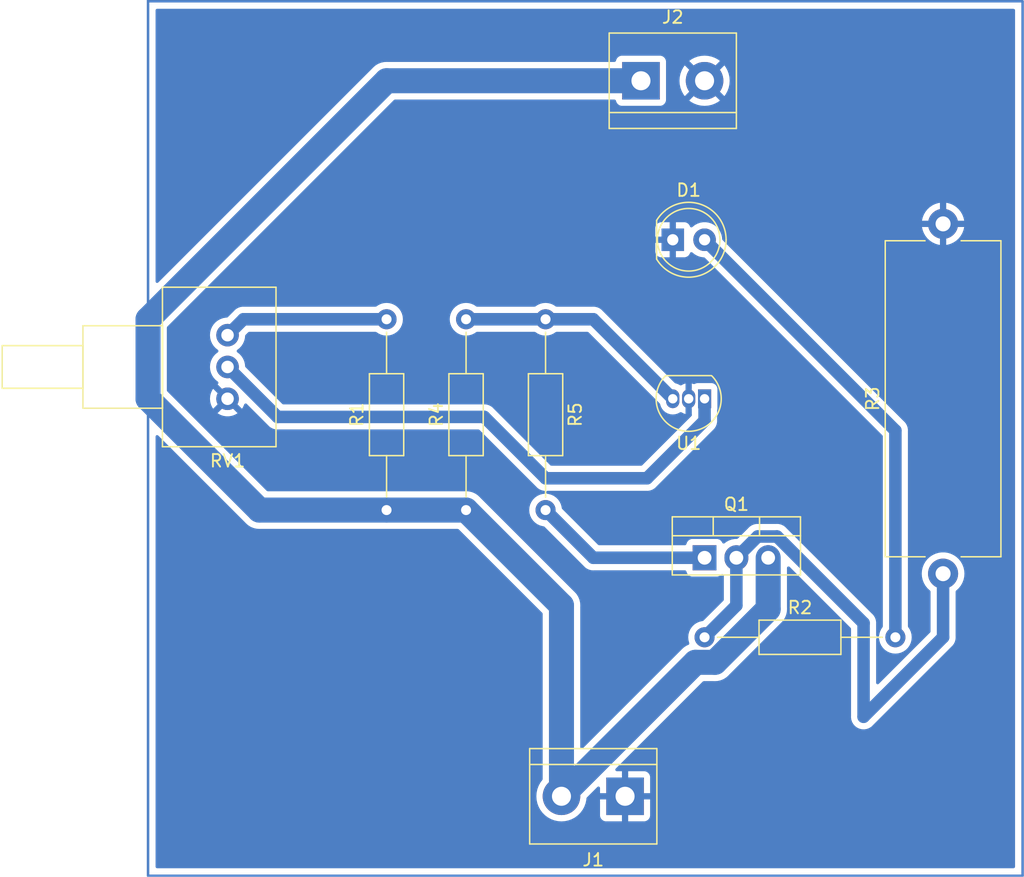
<source format=kicad_pcb>
(kicad_pcb (version 20221018) (generator pcbnew)
  (layers (0 "F.Cu" signal) (31 "B.Cu" signal) (34 "B.Paste" user) (35 "F.Paste" user) (36 "B.SilkS" user "B.Silkscreen") (37 "F.SilkS" user "F.Silkscreen") (38 "B.Mask" user) (39 "F.Mask" user) (44 "Edge.Cuts" user))
  (net 0 "")
  (net 1 "Earth")
  (net 2 "Net-(D1-A)")
  (net 3 "VCC")
  (net 4 "Net-(Q1-B)")
  (net 5 "Net-(Q1-C)")
  (net 6 "Net-(R1-Pad2)")
  (net 7 "Net-(U1-K)")
  (net 8 "Net-(U1-REF)")
  (footprint "Resistor_THT:R_Axial_DIN0207_L6.3mm_D2.5mm_P15.24mm_Horizontal" (layer "F.Cu") (at 133.35 107.95 -90)
    (fp_text reference "R5" (at 7.62 -2.37 90) (layer "F.SilkS"))
    (fp_text value "820R")
    (fp_line (start 1.04 0) (end 4.35 0) (stroke (width 0.12)) (layer "F.SilkS"))
    (fp_line (start 4.35 -1.37) (end 4.35 1.37) (stroke (width 0.12)) (layer "F.SilkS"))
    (fp_line (start 4.35 1.37) (end 10.89 1.37) (stroke (width 0.12)) (layer "F.SilkS"))
    (fp_line (start 10.89 -1.37) (end 4.35 -1.37) (stroke (width 0.12)) (layer "F.SilkS"))
    (fp_line (start 10.89 1.37) (end 10.89 -1.37) (stroke (width 0.12)) (layer "F.SilkS"))
    (fp_line (start 14.2 0) (end 10.89 0) (stroke (width 0.12)) (layer "F.SilkS"))
    (pad "1" thru_hole circle (at 0 0 270) (size 1.6 1.6) (drill 0.8) (layers "*.Cu" "*.Mask") (net 7 "Net-(U1-K)"))
    (pad "2" thru_hole oval (at 15.24 0 270) (size 1.6 1.6) (drill 0.8) (layers "*.Cu" "*.Mask") (net 4 "Net-(Q1-B)"))
  )
  (footprint "Package_TO_SOT_THT:TO-92_Inline" (layer "F.Cu") (at 146.05 114.3 180)
    (fp_text reference "U1" (at 1.27 -3.56) (layer "F.SilkS"))
    (fp_text value "TL431LP")
    (fp_line (start -0.53 1.85) (end 3.07 1.85) (stroke (width 0.12)) (layer "F.SilkS"))
    (fp_arc (start -0.568478 1.838478) (mid -1.132087 -0.994977) (end 1.27 -2.6) (stroke (width 0.12)) (layer "F.SilkS"))
    (fp_arc (start 1.27 -2.6) (mid 3.672087 -0.994977) (end 3.108478 1.838478) (stroke (width 0.12)) (layer "F.SilkS"))
    (pad "1" thru_hole rect (at 0 0 180) (size 1.05 1.5) (drill 0.75) (layers "*.Cu" "*.Mask") (net 8 "Net-(U1-REF)"))
    (pad "2" thru_hole oval (at 1.27 0 180) (size 1.05 1.5) (drill 0.75) (layers "*.Cu" "*.Mask") (net 1 "Earth"))
    (pad "3" thru_hole oval (at 2.54 0 180) (size 1.05 1.5) (drill 0.75) (layers "*.Cu" "*.Mask") (net 7 "Net-(U1-K)"))
  )
  (footprint "Resistor_THT:R_Axial_DIN0207_L6.3mm_D2.5mm_P15.24mm_Horizontal" (layer "F.Cu") (at 127 123.19 90)
    (fp_text reference "R4" (at 7.62 -2.37 90) (layer "F.SilkS"))
    (fp_text value "820R")
    (fp_line (start 1.04 0) (end 4.35 0) (stroke (width 0.12)) (layer "F.SilkS"))
    (fp_line (start 4.35 -1.37) (end 4.35 1.37) (stroke (width 0.12)) (layer "F.SilkS"))
    (fp_line (start 4.35 1.37) (end 10.89 1.37) (stroke (width 0.12)) (layer "F.SilkS"))
    (fp_line (start 10.89 -1.37) (end 4.35 -1.37) (stroke (width 0.12)) (layer "F.SilkS"))
    (fp_line (start 10.89 1.37) (end 10.89 -1.37) (stroke (width 0.12)) (layer "F.SilkS"))
    (fp_line (start 14.2 0) (end 10.89 0) (stroke (width 0.12)) (layer "F.SilkS"))
    (pad "1" thru_hole circle (at 0 0 90) (size 1.6 1.6) (drill 0.8) (layers "*.Cu" "*.Mask") (net 3 "VCC"))
    (pad "2" thru_hole oval (at 15.24 0 90) (size 1.6 1.6) (drill 0.8) (layers "*.Cu" "*.Mask") (net 7 "Net-(U1-K)"))
  )
  (footprint "TerminalBlock:TerminalBlock_bornier-2_P5.08mm" (layer "F.Cu") (at 139.7 146.05 180)
    (fp_text reference "J1" (at 2.54 -5.08) (layer "F.SilkS"))
    (fp_text value "INPUT Voltage ")
    (fp_line (start -2.54 -3.81) (end -2.54 3.81) (stroke (width 0.12)) (layer "F.SilkS"))
    (fp_line (start -2.54 3.81) (end 7.62 3.81) (stroke (width 0.12)) (layer "F.SilkS"))
    (fp_line (start 7.62 -3.81) (end -2.54 -3.81) (stroke (width 0.12)) (layer "F.SilkS"))
    (fp_line (start 7.62 2.54) (end -2.54 2.54) (stroke (width 0.12)) (layer "F.SilkS"))
    (fp_line (start 7.62 3.81) (end 7.62 -3.81) (stroke (width 0.12)) (layer "F.SilkS"))
    (pad "1" thru_hole rect (at 0 0 180) (size 3 3) (drill 1.52) (layers "*.Cu" "*.Mask") (net 1 "Earth"))
    (pad "2" thru_hole circle (at 5.08 0 180) (size 3 3) (drill 1.52) (layers "*.Cu" "*.Mask") (net 3 "VCC"))
  )
  (footprint "Package_TO_SOT_THT:TO-220-3_Vertical" (layer "F.Cu") (at 146.05 127)
    (fp_text reference "Q1" (at 2.54 -4.27) (layer "F.SilkS"))
    (fp_text value "TIP42C")
    (fp_line (start -2.58 -3.27) (end -2.58 1.371) (stroke (width 0.12)) (layer "F.SilkS"))
    (fp_line (start -2.58 -3.27) (end 7.66 -3.27) (stroke (width 0.12)) (layer "F.SilkS"))
    (fp_line (start -2.58 -1.76) (end 7.66 -1.76) (stroke (width 0.12)) (layer "F.SilkS"))
    (fp_line (start -2.58 1.371) (end 7.66 1.371) (stroke (width 0.12)) (layer "F.SilkS"))
    (fp_line (start 0.69 -3.27) (end 0.69 -1.76) (stroke (width 0.12)) (layer "F.SilkS"))
    (fp_line (start 4.391 -3.27) (end 4.391 -1.76) (stroke (width 0.12)) (layer "F.SilkS"))
    (fp_line (start 7.66 -3.27) (end 7.66 1.371) (stroke (width 0.12)) (layer "F.SilkS"))
    (pad "1" thru_hole rect (at 0 0) (size 1.905 2) (drill 1.1) (layers "*.Cu" "*.Mask") (net 4 "Net-(Q1-B)"))
    (pad "2" thru_hole oval (at 2.54 0) (size 1.905 2) (drill 1.1) (layers "*.Cu" "*.Mask") (net 5 "Net-(Q1-C)"))
    (pad "3" thru_hole oval (at 5.08 0) (size 1.905 2) (drill 1.1) (layers "*.Cu" "*.Mask") (net 3 "VCC"))
  )
  (footprint "LED_THT:LED_D5.0mm" (layer "F.Cu") (at 143.51 101.6)
    (fp_text reference "D1" (at 1.27 -3.96) (layer "F.SilkS"))
    (fp_text value "LED")
    (fp_line (start -1.29 -1.545) (end -1.29 1.545) (stroke (width 0.12)) (layer "F.SilkS"))
    (fp_arc (start -1.29 -1.54483) (mid 2.072002 -2.880433) (end 4.26 0.000462) (stroke (width 0.12)) (layer "F.SilkS"))
    (fp_arc (start 4.26 -0.000462) (mid 2.072002 2.880433) (end -1.29 1.54483) (stroke (width 0.12)) (layer "F.SilkS"))
    (fp_circle (center 1.27 0) (end 3.77 0) (stroke (width 0.12)) (fill none) (layer "F.SilkS"))
    (pad "1" thru_hole rect (at 0 0) (size 1.8 1.8) (drill 0.9) (layers "*.Cu" "*.Mask") (net 1 "Earth"))
    (pad "2" thru_hole circle (at 2.54 0) (size 1.8 1.8) (drill 0.9) (layers "*.Cu" "*.Mask") (net 2 "Net-(D1-A)"))
  )
  (footprint "Resistor_THT:R_Axial_DIN0207_L6.3mm_D2.5mm_P15.24mm_Horizontal" (layer "F.Cu") (at 120.65 123.19 90)
    (fp_text reference "R1" (at 7.62 -2.37 90) (layer "F.SilkS"))
    (fp_text value "22K")
    (fp_line (start 1.04 0) (end 4.35 0) (stroke (width 0.12)) (layer "F.SilkS"))
    (fp_line (start 4.35 -1.37) (end 4.35 1.37) (stroke (width 0.12)) (layer "F.SilkS"))
    (fp_line (start 4.35 1.37) (end 10.89 1.37) (stroke (width 0.12)) (layer "F.SilkS"))
    (fp_line (start 10.89 -1.37) (end 4.35 -1.37) (stroke (width 0.12)) (layer "F.SilkS"))
    (fp_line (start 10.89 1.37) (end 10.89 -1.37) (stroke (width 0.12)) (layer "F.SilkS"))
    (fp_line (start 14.2 0) (end 10.89 0) (stroke (width 0.12)) (layer "F.SilkS"))
    (pad "1" thru_hole circle (at 0 0 90) (size 1.6 1.6) (drill 0.8) (layers "*.Cu" "*.Mask") (net 3 "VCC"))
    (pad "2" thru_hole oval (at 15.24 0 90) (size 1.6 1.6) (drill 0.8) (layers "*.Cu" "*.Mask") (net 6 "Net-(R1-Pad2)"))
  )
  (footprint "TerminalBlock:TerminalBlock_bornier-2_P5.08mm" (layer "F.Cu") (at 140.97 88.9)
    (fp_text reference "J2" (at 2.54 -5.08) (layer "F.SilkS"))
    (fp_text value "BATTERY")
    (fp_line (start -2.54 -3.81) (end -2.54 3.81) (stroke (width 0.12)) (layer "F.SilkS"))
    (fp_line (start -2.54 3.81) (end 7.62 3.81) (stroke (width 0.12)) (layer "F.SilkS"))
    (fp_line (start 7.62 -3.81) (end -2.54 -3.81) (stroke (width 0.12)) (layer "F.SilkS"))
    (fp_line (start 7.62 2.54) (end -2.54 2.54) (stroke (width 0.12)) (layer "F.SilkS"))
    (fp_line (start 7.62 3.81) (end 7.62 -3.81) (stroke (width 0.12)) (layer "F.SilkS"))
    (pad "1" thru_hole rect (at 0 0) (size 3 3) (drill 1.52) (layers "*.Cu" "*.Mask") (net 3 "VCC"))
    (pad "2" thru_hole circle (at 5.08 0) (size 3 3) (drill 1.52) (layers "*.Cu" "*.Mask") (net 1 "Earth"))
  )
  (footprint "Resistor_THT:R_Axial_DIN0207_L6.3mm_D2.5mm_P15.24mm_Horizontal" (layer "F.Cu") (at 146.05 133.35)
    (fp_text reference "R2" (at 7.62 -2.37) (layer "F.SilkS"))
    (fp_text value "2K")
    (fp_line (start 1.04 0) (end 4.35 0) (stroke (width 0.12)) (layer "F.SilkS"))
    (fp_line (start 4.35 -1.37) (end 4.35 1.37) (stroke (width 0.12)) (layer "F.SilkS"))
    (fp_line (start 4.35 1.37) (end 10.89 1.37) (stroke (width 0.12)) (layer "F.SilkS"))
    (fp_line (start 10.89 -1.37) (end 4.35 -1.37) (stroke (width 0.12)) (layer "F.SilkS"))
    (fp_line (start 10.89 1.37) (end 10.89 -1.37) (stroke (width 0.12)) (layer "F.SilkS"))
    (fp_line (start 14.2 0) (end 10.89 0) (stroke (width 0.12)) (layer "F.SilkS"))
    (pad "1" thru_hole circle (at 0 0) (size 1.6 1.6) (drill 0.8) (layers "*.Cu" "*.Mask") (net 5 "Net-(Q1-C)"))
    (pad "2" thru_hole oval (at 15.24 0) (size 1.6 1.6) (drill 0.8) (layers "*.Cu" "*.Mask") (net 2 "Net-(D1-A)"))
  )
  (footprint "Resistor_THT:R_Axial_Power_L25.0mm_W9.0mm_P27.94mm" (layer "F.Cu") (at 165.1 128.27 90)
    (fp_text reference "R3" (at 13.97 -5.62 90) (layer "F.SilkS"))
    (fp_text value "6,8R")
    (fp_line (start 1.35 -4.62) (end 26.59 -4.62) (stroke (width 0.12)) (layer "F.SilkS"))
    (fp_line (start 1.35 -1.44) (end 1.35 -4.62) (stroke (width 0.12)) (layer "F.SilkS"))
    (fp_line (start 1.35 1.44) (end 1.35 4.62) (stroke (width 0.12)) (layer "F.SilkS"))
    (fp_line (start 1.35 4.62) (end 26.59 4.62) (stroke (width 0.12)) (layer "F.SilkS"))
    (fp_line (start 26.59 -4.62) (end 26.59 -1.44) (stroke (width 0.12)) (layer "F.SilkS"))
    (fp_line (start 26.59 4.62) (end 26.59 1.44) (stroke (width 0.12)) (layer "F.SilkS"))
    (pad "1" thru_hole circle (at 0 0 90) (size 2.4 2.4) (drill 1.2) (layers "*.Cu" "*.Mask") (net 5 "Net-(Q1-C)"))
    (pad "2" thru_hole oval (at 27.94 0 90) (size 2.4 2.4) (drill 1.2) (layers "*.Cu" "*.Mask") (net 1 "Earth"))
  )
  (footprint "Potentiometer_THT:Potentiometer_Vishay_148-149_Single_Horizontal" (layer "F.Cu") (at 107.95 109.22 180)
    (fp_text reference "RV1" (at 0 -10.04) (layer "F.SilkS"))
    (fp_text value "5K")
    (fp_line (start -3.87 -8.91) (end -3.87 3.83) (stroke (width 0.12)) (layer "F.SilkS"))
    (fp_line (start -3.87 -8.91) (end 5.2 -8.91) (stroke (width 0.12)) (layer "F.SilkS"))
    (fp_line (start -3.87 3.83) (end 5.2 3.83) (stroke (width 0.12)) (layer "F.SilkS"))
    (fp_line (start 5.2 -8.91) (end 5.2 3.83) (stroke (width 0.12)) (layer "F.SilkS"))
    (fp_line (start 5.2 -5.835) (end 5.2 0.755) (stroke (width 0.12)) (layer "F.SilkS"))
    (fp_line (start 5.2 -5.835) (end 11.55 -5.835) (stroke (width 0.12)) (layer "F.SilkS"))
    (fp_line (start 5.2 0.755) (end 11.55 0.755) (stroke (width 0.12)) (layer "F.SilkS"))
    (fp_line (start 11.55 -5.835) (end 11.55 0.755) (stroke (width 0.12)) (layer "F.SilkS"))
    (fp_line (start 11.55 -4.244) (end 11.55 -0.835) (stroke (width 0.12)) (layer "F.SilkS"))
    (fp_line (start 11.55 -4.244) (end 18 -4.244) (stroke (width 0.12)) (layer "F.SilkS"))
    (fp_line (start 11.55 -0.835) (end 18 -0.835) (stroke (width 0.12)) (layer "F.SilkS"))
    (fp_line (start 18 -4.244) (end 18 -0.835) (stroke (width 0.12)) (layer "F.SilkS"))
    (pad "1" thru_hole circle (at 0 0 180) (size 1.8 1.8) (drill 1) (layers "*.Cu" "*.Mask") (net 6 "Net-(R1-Pad2)"))
    (pad "2" thru_hole circle (at 0 -2.54 180) (size 1.8 1.8) (drill 1) (layers "*.Cu" "*.Mask") (net 8 "Net-(U1-REF)"))
    (pad "3" thru_hole circle (at 0 -5.08 180) (size 1.8 1.8) (drill 1) (layers "*.Cu" "*.Mask") (net 1 "Earth"))
  )
  (gr_rect (start 101.6 82.55) (end 171.45 152.4) (stroke (width 0.2)) (fill none) (layer "B.Cu"))
  (segment (start 146.05 101.6) (end 161.29 116.84) (width 1) (layer "B.Cu") (net 2))
  (segment (start 161.29 116.84) (end 161.29 133.35) (width 1) (layer "B.Cu") (net 2))
  (segment (start 151.13 131.098428) (end 146.878428 135.35) (width 2) (layer "B.Cu") (net 3))
  (segment (start 146.878428 135.35) (end 145.32 135.35) (width 2) (layer "B.Cu") (net 3))
  (segment (start 151.13 127) (end 151.13 131.098428) (width 2) (layer "B.Cu") (net 3))
  (segment (start 140.97 88.9) (end 120.65 88.9) (width 2) (layer "B.Cu") (net 3))
  (segment (start 101.6 107.95) (end 101.6 114.3) (width 2) (layer "B.Cu") (net 3))
  (segment (start 134.62 130.81) (end 127 123.19) (width 2) (layer "B.Cu") (net 3))
  (segment (start 120.65 88.9) (end 101.6 107.95) (width 2) (layer "B.Cu") (net 3))
  (segment (start 134.62 146.05) (end 134.62 130.81) (width 2) (layer "B.Cu") (net 3))
  (segment (start 120.65 123.19) (end 127 123.19) (width 2) (layer "B.Cu") (net 3))
  (segment (start 101.6 114.3) (end 110.49 123.19) (width 2) (layer "B.Cu") (net 3))
  (segment (start 145.32 135.35) (end 134.62 146.05) (width 2) (layer "B.Cu") (net 3))
  (segment (start 110.49 123.19) (end 120.65 123.19) (width 2) (layer "B.Cu") (net 3))
  (segment (start 146.05 127) (end 137.16 127) (width 1) (layer "B.Cu") (net 4))
  (segment (start 137.16 127) (end 133.35 123.19) (width 1) (layer "B.Cu") (net 4))
  (segment (start 148.59 130.81) (end 146.05 133.35) (width 1) (layer "B.Cu") (net 5))
  (segment (start 148.59 127) (end 148.59 130.81) (width 1) (layer "B.Cu") (net 5))
  (segment (start 158.75 132.215837) (end 158.75 139.7) (width 1) (layer "B.Cu") (net 5))
  (segment (start 158.75 139.7) (end 165.1 133.35) (width 1) (layer "B.Cu") (net 5))
  (segment (start 151.834163 125.3) (end 158.75 132.215837) (width 1) (layer "B.Cu") (net 5))
  (segment (start 165.1 133.35) (end 165.1 128.27) (width 1) (layer "B.Cu") (net 5))
  (segment (start 148.59 127) (end 150.29 125.3) (width 1) (layer "B.Cu") (net 5))
  (segment (start 150.29 125.3) (end 151.834163 125.3) (width 1) (layer "B.Cu") (net 5))
  (segment (start 120.65 107.95) (end 109.22 107.95) (width 1) (layer "B.Cu") (net 6))
  (segment (start 109.22 107.95) (end 107.95 109.22) (width 1) (layer "B.Cu") (net 6))
  (segment (start 127 107.95) (end 133.35 107.95) (width 1) (layer "B.Cu") (net 7))
  (segment (start 133.35 107.95) (end 137.16 107.95) (width 1) (layer "B.Cu") (net 7))
  (segment (start 137.16 107.95) (end 143.51 114.3) (width 1) (layer "B.Cu") (net 7))
  (segment (start 133.35 120.65) (end 141.45 120.65) (width 1) (layer "B.Cu") (net 8))
  (segment (start 141.45 120.65) (end 146.05 116.05) (width 1) (layer "B.Cu") (net 8))
  (segment (start 111.94 115.75) (end 128.45 115.75) (width 1) (layer "B.Cu") (net 8))
  (segment (start 128.45 115.75) (end 133.35 120.65) (width 1) (layer "B.Cu") (net 8))
  (segment (start 146.05 116.05) (end 146.05 114.3) (width 1) (layer "B.Cu") (net 8))
  (segment (start 107.95 111.76) (end 111.94 115.75) (width 1) (layer "B.Cu") (net 8))
  (zone (net 1) (net_name "Earth") (layer "B.Cu") (connect_pads (clearance 0.5)) (min_thickness 0.25) (fill yes (thermal_gap 0.5) (thermal_bridge_width 0.5))
    (polygon (pts (xy 101.6 82.55) (xy 101.6 152.4) (xy 171.45 152.4) (xy 171.45 82.55)))
  )
)
</source>
